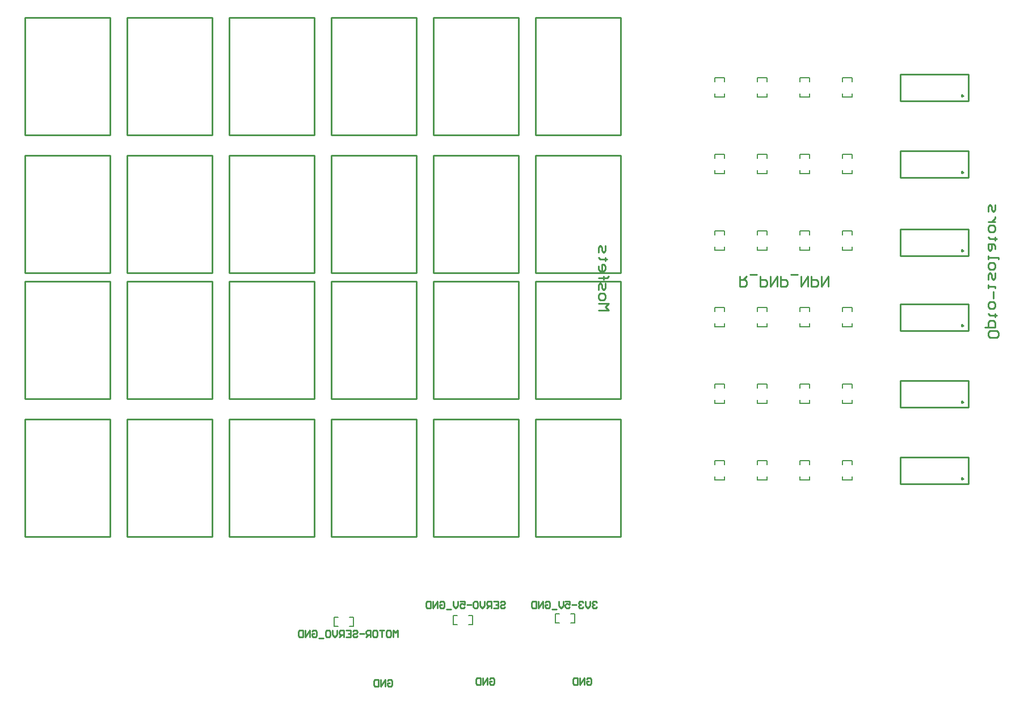
<source format=gbo>
G04 Layer_Color=32896*
%FSAX25Y25*%
%MOIN*%
G70*
G01*
G75*
%ADD27C,0.01000*%
%ADD47C,0.00500*%
D27*
X0667067Y0230122D02*
X0666317Y0230555D01*
Y0229689D01*
X0667067Y0230122D01*
Y0275122D02*
X0666317Y0275555D01*
Y0274689D01*
X0667067Y0275122D01*
Y0320122D02*
X0666317Y0320555D01*
Y0319689D01*
X0667067Y0320122D01*
Y0455122D02*
X0666317Y0455555D01*
Y0454689D01*
X0667067Y0455122D01*
Y0364122D02*
X0666317Y0364555D01*
Y0363689D01*
X0667067Y0364122D01*
Y0410122D02*
X0666317Y0410555D01*
Y0409689D01*
X0667067Y0410122D01*
X0630067Y0227122D02*
X0670067D01*
Y0242622D01*
X0630067Y0227122D02*
Y0242622D01*
X0670067D01*
X0630067Y0272122D02*
X0670067D01*
Y0287622D01*
X0630067Y0272122D02*
Y0287622D01*
X0670067D01*
X0630067Y0317122D02*
X0670067D01*
Y0332622D01*
X0630067Y0317122D02*
Y0332622D01*
X0670067D01*
X0630067Y0452122D02*
X0670067D01*
Y0467622D01*
X0630067Y0452122D02*
Y0467622D01*
X0670067D01*
X0630067Y0361122D02*
X0670067D01*
Y0376622D01*
X0630067Y0361122D02*
Y0376622D01*
X0670067D01*
X0630067Y0407122D02*
X0670067D01*
Y0422622D01*
X0630067Y0407122D02*
Y0422622D01*
X0670067D01*
X0296000Y0501000D02*
X0346000D01*
X0296000Y0432000D02*
Y0501000D01*
Y0432000D02*
X0346000D01*
Y0501000D01*
X0296000Y0346000D02*
X0346000D01*
X0296000Y0277000D02*
Y0346000D01*
Y0277000D02*
X0346000D01*
Y0346000D01*
X0236000D02*
X0286000D01*
X0236000Y0277000D02*
Y0346000D01*
Y0277000D02*
X0286000D01*
Y0346000D01*
X0116000Y0196000D02*
X0166000D01*
Y0265000D01*
X0116000D02*
X0166000D01*
X0116000Y0196000D02*
Y0265000D01*
X0416000Y0351000D02*
X0466000D01*
Y0420000D01*
X0416000D02*
X0466000D01*
X0416000Y0351000D02*
Y0420000D01*
Y0501000D02*
X0466000D01*
X0416000Y0432000D02*
Y0501000D01*
Y0432000D02*
X0466000D01*
Y0501000D01*
X0116000Y0346000D02*
X0166000D01*
X0116000Y0277000D02*
Y0346000D01*
Y0277000D02*
X0166000D01*
Y0346000D01*
X0236000Y0196000D02*
X0286000D01*
Y0265000D01*
X0236000D02*
X0286000D01*
X0236000Y0196000D02*
Y0265000D01*
X0116000Y0501000D02*
X0166000D01*
X0116000Y0432000D02*
Y0501000D01*
Y0432000D02*
X0166000D01*
Y0501000D01*
X0116000Y0351000D02*
X0166000D01*
Y0420000D01*
X0116000D02*
X0166000D01*
X0116000Y0351000D02*
Y0420000D01*
X0296000Y0196000D02*
X0346000D01*
Y0265000D01*
X0296000D02*
X0346000D01*
X0296000Y0196000D02*
Y0265000D01*
X0236000Y0351000D02*
X0286000D01*
Y0420000D01*
X0236000D02*
X0286000D01*
X0236000Y0351000D02*
Y0420000D01*
X0356000Y0196000D02*
X0406000D01*
Y0265000D01*
X0356000D02*
X0406000D01*
X0356000Y0196000D02*
Y0265000D01*
Y0351000D02*
X0406000D01*
Y0420000D01*
X0356000D02*
X0406000D01*
X0356000Y0351000D02*
Y0420000D01*
Y0501000D02*
X0406000D01*
X0356000Y0432000D02*
Y0501000D01*
Y0432000D02*
X0406000D01*
Y0501000D01*
X0356000Y0346000D02*
X0406000D01*
X0356000Y0277000D02*
Y0346000D01*
Y0277000D02*
X0406000D01*
Y0346000D01*
X0176000D02*
X0226000D01*
X0176000Y0277000D02*
Y0346000D01*
Y0277000D02*
X0226000D01*
Y0346000D01*
X0176000Y0196000D02*
X0226000D01*
Y0265000D01*
X0176000D02*
X0226000D01*
X0176000Y0196000D02*
Y0265000D01*
Y0501000D02*
X0226000D01*
X0176000Y0432000D02*
Y0501000D01*
Y0432000D02*
X0226000D01*
Y0501000D01*
X0176000Y0351000D02*
X0226000D01*
Y0420000D01*
X0176000D02*
X0226000D01*
X0176000Y0351000D02*
Y0420000D01*
X0416000Y0196000D02*
X0466000D01*
Y0265000D01*
X0416000D02*
X0466000D01*
X0416000Y0196000D02*
Y0265000D01*
X0236000Y0501000D02*
X0286000D01*
X0236000Y0432000D02*
Y0501000D01*
Y0432000D02*
X0286000D01*
Y0501000D01*
X0416000Y0346000D02*
X0466000D01*
X0416000Y0277000D02*
Y0346000D01*
Y0277000D02*
X0466000D01*
Y0346000D01*
X0296000Y0351000D02*
X0346000D01*
Y0420000D01*
X0296000D02*
X0346000D01*
X0296000Y0351000D02*
Y0420000D01*
X0536000Y0349000D02*
Y0343002D01*
X0538999D01*
X0539999Y0344002D01*
Y0346001D01*
X0538999Y0347001D01*
X0536000D01*
X0537999D02*
X0539999Y0349000D01*
X0541998Y0350000D02*
X0545997D01*
X0547996Y0349000D02*
Y0343002D01*
X0550995D01*
X0551995Y0344002D01*
Y0346001D01*
X0550995Y0347001D01*
X0547996D01*
X0553994Y0349000D02*
Y0343002D01*
X0557993Y0349000D01*
Y0343002D01*
X0559992Y0349000D02*
Y0343002D01*
X0562991D01*
X0563991Y0344002D01*
Y0346001D01*
X0562991Y0347001D01*
X0559992D01*
X0565990Y0350000D02*
X0569989D01*
X0571988Y0349000D02*
Y0343002D01*
X0575987Y0349000D01*
Y0343002D01*
X0577986Y0349000D02*
Y0343002D01*
X0580985D01*
X0581985Y0344002D01*
Y0346001D01*
X0580985Y0347001D01*
X0577986D01*
X0583985Y0349000D02*
Y0343002D01*
X0587983Y0349000D01*
Y0343002D01*
X0453000Y0329000D02*
X0458998D01*
X0456999Y0330999D01*
X0458998Y0332999D01*
X0453000D01*
Y0335998D02*
Y0337997D01*
X0454000Y0338997D01*
X0455999D01*
X0456999Y0337997D01*
Y0335998D01*
X0455999Y0334998D01*
X0454000D01*
X0453000Y0335998D01*
Y0340996D02*
Y0343995D01*
X0454000Y0344995D01*
X0454999Y0343995D01*
Y0341996D01*
X0455999Y0340996D01*
X0456999Y0341996D01*
Y0344995D01*
X0453000Y0347994D02*
X0457998D01*
X0455999D01*
Y0346994D01*
Y0348993D01*
Y0347994D01*
X0457998D01*
X0458998Y0348993D01*
X0453000Y0354992D02*
Y0352992D01*
X0454000Y0351993D01*
X0455999D01*
X0456999Y0352992D01*
Y0354992D01*
X0455999Y0355991D01*
X0454999D01*
Y0351993D01*
X0457998Y0358990D02*
X0456999D01*
Y0357991D01*
Y0359990D01*
Y0358990D01*
X0454000D01*
X0453000Y0359990D01*
Y0362989D02*
Y0365988D01*
X0454000Y0366988D01*
X0454999Y0365988D01*
Y0363989D01*
X0455999Y0362989D01*
X0456999Y0363989D01*
Y0366988D01*
X0687998Y0315999D02*
Y0314000D01*
X0686998Y0313000D01*
X0683000D01*
X0682000Y0314000D01*
Y0315999D01*
X0683000Y0316999D01*
X0686998D01*
X0687998Y0315999D01*
X0680001Y0318998D02*
X0685999D01*
Y0321997D01*
X0684999Y0322997D01*
X0683000D01*
X0682000Y0321997D01*
Y0318998D01*
X0686998Y0325996D02*
X0685999D01*
Y0324996D01*
Y0326995D01*
Y0325996D01*
X0683000D01*
X0682000Y0326995D01*
Y0330994D02*
Y0332994D01*
X0683000Y0333993D01*
X0684999D01*
X0685999Y0332994D01*
Y0330994D01*
X0684999Y0329995D01*
X0683000D01*
X0682000Y0330994D01*
X0684999Y0335993D02*
Y0339991D01*
X0682000Y0341991D02*
Y0343990D01*
Y0342990D01*
X0685999D01*
Y0341991D01*
X0682000Y0346989D02*
Y0349988D01*
X0683000Y0350988D01*
X0683999Y0349988D01*
Y0347989D01*
X0684999Y0346989D01*
X0685999Y0347989D01*
Y0350988D01*
X0682000Y0353987D02*
Y0355986D01*
X0683000Y0356986D01*
X0684999D01*
X0685999Y0355986D01*
Y0353987D01*
X0684999Y0352987D01*
X0683000D01*
X0682000Y0353987D01*
Y0358985D02*
Y0360984D01*
Y0359985D01*
X0687998D01*
Y0358985D01*
X0685999Y0364983D02*
Y0366983D01*
X0684999Y0367982D01*
X0682000D01*
Y0364983D01*
X0683000Y0363983D01*
X0683999Y0364983D01*
Y0367982D01*
X0686998Y0370981D02*
X0685999D01*
Y0369982D01*
Y0371981D01*
Y0370981D01*
X0683000D01*
X0682000Y0371981D01*
Y0375980D02*
Y0377979D01*
X0683000Y0378979D01*
X0684999D01*
X0685999Y0377979D01*
Y0375980D01*
X0684999Y0374980D01*
X0683000D01*
X0682000Y0375980D01*
X0685999Y0380978D02*
X0682000D01*
X0683999D01*
X0684999Y0381978D01*
X0685999Y0382977D01*
Y0383977D01*
X0682000Y0386976D02*
Y0389975D01*
X0683000Y0390975D01*
X0683999Y0389975D01*
Y0387976D01*
X0684999Y0386976D01*
X0685999Y0387976D01*
Y0390975D01*
X0445997Y0112332D02*
X0446664Y0112999D01*
X0447997D01*
X0448663Y0112332D01*
Y0109667D01*
X0447997Y0109000D01*
X0446664D01*
X0445997Y0109667D01*
Y0110999D01*
X0447330D01*
X0444664Y0109000D02*
Y0112999D01*
X0441999Y0109000D01*
Y0112999D01*
X0440666D02*
Y0109000D01*
X0438666D01*
X0438000Y0109667D01*
Y0112332D01*
X0438666Y0112999D01*
X0440666D01*
X0388997Y0112332D02*
X0389664Y0112999D01*
X0390997D01*
X0391663Y0112332D01*
Y0109667D01*
X0390997Y0109000D01*
X0389664D01*
X0388997Y0109667D01*
Y0110999D01*
X0390330D01*
X0387665Y0109000D02*
Y0112999D01*
X0384999Y0109000D01*
Y0112999D01*
X0383666D02*
Y0109000D01*
X0381666D01*
X0381000Y0109667D01*
Y0112332D01*
X0381666Y0112999D01*
X0383666D01*
X0328997Y0111332D02*
X0329664Y0111999D01*
X0330997D01*
X0331663Y0111332D01*
Y0108667D01*
X0330997Y0108000D01*
X0329664D01*
X0328997Y0108667D01*
Y0109999D01*
X0330330D01*
X0327664Y0108000D02*
Y0111999D01*
X0324999Y0108000D01*
Y0111999D01*
X0323666D02*
Y0108000D01*
X0321666D01*
X0321000Y0108667D01*
Y0111332D01*
X0321666Y0111999D01*
X0323666D01*
X0452000Y0157332D02*
X0451334Y0157999D01*
X0450001D01*
X0449334Y0157332D01*
Y0156666D01*
X0450001Y0155999D01*
X0450667D01*
X0450001D01*
X0449334Y0155333D01*
Y0154666D01*
X0450001Y0154000D01*
X0451334D01*
X0452000Y0154666D01*
X0448001Y0157999D02*
Y0155333D01*
X0446668Y0154000D01*
X0445335Y0155333D01*
Y0157999D01*
X0444003Y0157332D02*
X0443336Y0157999D01*
X0442003D01*
X0441337Y0157332D01*
Y0156666D01*
X0442003Y0155999D01*
X0442670D01*
X0442003D01*
X0441337Y0155333D01*
Y0154666D01*
X0442003Y0154000D01*
X0443336D01*
X0444003Y0154666D01*
X0440004Y0155999D02*
X0437338D01*
X0433339Y0157999D02*
X0436005D01*
Y0155999D01*
X0434672Y0156666D01*
X0434006D01*
X0433339Y0155999D01*
Y0154666D01*
X0434006Y0154000D01*
X0435339D01*
X0436005Y0154666D01*
X0432007Y0157999D02*
Y0155333D01*
X0430674Y0154000D01*
X0429341Y0155333D01*
Y0157999D01*
X0428008Y0153333D02*
X0425342D01*
X0421343Y0157332D02*
X0422010Y0157999D01*
X0423343D01*
X0424009Y0157332D01*
Y0154666D01*
X0423343Y0154000D01*
X0422010D01*
X0421343Y0154666D01*
Y0155999D01*
X0422676D01*
X0420010Y0154000D02*
Y0157999D01*
X0417345Y0154000D01*
Y0157999D01*
X0416012D02*
Y0154000D01*
X0414012D01*
X0413346Y0154666D01*
Y0157332D01*
X0414012Y0157999D01*
X0416012D01*
X0395334Y0157332D02*
X0396001Y0157999D01*
X0397334D01*
X0398000Y0157332D01*
Y0156666D01*
X0397334Y0155999D01*
X0396001D01*
X0395334Y0155333D01*
Y0154666D01*
X0396001Y0154000D01*
X0397334D01*
X0398000Y0154666D01*
X0391336Y0157999D02*
X0394001D01*
Y0154000D01*
X0391336D01*
X0394001Y0155999D02*
X0392668D01*
X0390003Y0154000D02*
Y0157999D01*
X0388003D01*
X0387337Y0157332D01*
Y0155999D01*
X0388003Y0155333D01*
X0390003D01*
X0388670D02*
X0387337Y0154000D01*
X0386004Y0157999D02*
Y0155333D01*
X0384671Y0154000D01*
X0383338Y0155333D01*
Y0157999D01*
X0380006D02*
X0381339D01*
X0382005Y0157332D01*
Y0154666D01*
X0381339Y0154000D01*
X0380006D01*
X0379339Y0154666D01*
Y0157332D01*
X0380006Y0157999D01*
X0378006Y0155999D02*
X0375341D01*
X0371342Y0157999D02*
X0374008D01*
Y0155999D01*
X0372675Y0156666D01*
X0372008D01*
X0371342Y0155999D01*
Y0154666D01*
X0372008Y0154000D01*
X0373341D01*
X0374008Y0154666D01*
X0370009Y0157999D02*
Y0155333D01*
X0368676Y0154000D01*
X0367343Y0155333D01*
Y0157999D01*
X0366010Y0153333D02*
X0363345D01*
X0359346Y0157332D02*
X0360012Y0157999D01*
X0361345D01*
X0362012Y0157332D01*
Y0154666D01*
X0361345Y0154000D01*
X0360012D01*
X0359346Y0154666D01*
Y0155999D01*
X0360679D01*
X0358013Y0154000D02*
Y0157999D01*
X0355347Y0154000D01*
Y0157999D01*
X0354014D02*
Y0154000D01*
X0352015D01*
X0351348Y0154666D01*
Y0157332D01*
X0352015Y0157999D01*
X0354014D01*
X0335000Y0137000D02*
Y0140999D01*
X0333667Y0139666D01*
X0332334Y0140999D01*
Y0137000D01*
X0329002Y0140999D02*
X0330335D01*
X0331001Y0140332D01*
Y0137666D01*
X0330335Y0137000D01*
X0329002D01*
X0328335Y0137666D01*
Y0140332D01*
X0329002Y0140999D01*
X0327003D02*
X0324337D01*
X0325670D01*
Y0137000D01*
X0321005Y0140999D02*
X0322337D01*
X0323004Y0140332D01*
Y0137666D01*
X0322337Y0137000D01*
X0321005D01*
X0320338Y0137666D01*
Y0140332D01*
X0321005Y0140999D01*
X0319005Y0137000D02*
Y0140999D01*
X0317006D01*
X0316339Y0140332D01*
Y0138999D01*
X0317006Y0138333D01*
X0319005D01*
X0317672D02*
X0316339Y0137000D01*
X0315006Y0138999D02*
X0312341D01*
X0308342Y0140332D02*
X0309008Y0140999D01*
X0310341D01*
X0311008Y0140332D01*
Y0139666D01*
X0310341Y0138999D01*
X0309008D01*
X0308342Y0138333D01*
Y0137666D01*
X0309008Y0137000D01*
X0310341D01*
X0311008Y0137666D01*
X0304343Y0140999D02*
X0307009D01*
Y0137000D01*
X0304343D01*
X0307009Y0138999D02*
X0305676D01*
X0303010Y0137000D02*
Y0140999D01*
X0301011D01*
X0300344Y0140332D01*
Y0138999D01*
X0301011Y0138333D01*
X0303010D01*
X0301677D02*
X0300344Y0137000D01*
X0299012Y0140999D02*
Y0138333D01*
X0297679Y0137000D01*
X0296346Y0138333D01*
Y0140999D01*
X0293014D02*
X0294346D01*
X0295013Y0140332D01*
Y0137666D01*
X0294346Y0137000D01*
X0293014D01*
X0292347Y0137666D01*
Y0140332D01*
X0293014Y0140999D01*
X0291014Y0136334D02*
X0288348D01*
X0284350Y0140332D02*
X0285016Y0140999D01*
X0286349D01*
X0287016Y0140332D01*
Y0137666D01*
X0286349Y0137000D01*
X0285016D01*
X0284350Y0137666D01*
Y0138999D01*
X0285683D01*
X0283017Y0137000D02*
Y0140999D01*
X0280351Y0137000D01*
Y0140999D01*
X0279018D02*
Y0137000D01*
X0277019D01*
X0276352Y0137666D01*
Y0140332D01*
X0277019Y0140999D01*
X0279018D01*
D47*
X0596200Y0418300D02*
Y0420500D01*
X0601800D01*
Y0418300D02*
Y0420500D01*
X0596200Y0409200D02*
Y0411400D01*
Y0409200D02*
X0601800D01*
Y0411400D01*
X0546200Y0328300D02*
Y0330500D01*
X0551800D01*
Y0328300D02*
Y0330500D01*
X0546200Y0319200D02*
Y0321400D01*
Y0319200D02*
X0551800D01*
Y0321400D01*
X0521200Y0463300D02*
Y0465500D01*
X0526800D01*
Y0463300D02*
Y0465500D01*
X0521200Y0454200D02*
Y0456400D01*
Y0454200D02*
X0526800D01*
Y0456400D01*
X0596200Y0463300D02*
Y0465500D01*
X0601800D01*
Y0463300D02*
Y0465500D01*
X0596200Y0454200D02*
Y0456400D01*
Y0454200D02*
X0601800D01*
Y0456400D01*
X0521200Y0328300D02*
Y0330500D01*
X0526800D01*
Y0328300D02*
Y0330500D01*
X0521200Y0319200D02*
Y0321400D01*
Y0319200D02*
X0526800D01*
Y0321400D01*
X0596200Y0328300D02*
Y0330500D01*
X0601800D01*
Y0328300D02*
Y0330500D01*
X0596200Y0319200D02*
Y0321400D01*
Y0319200D02*
X0601800D01*
Y0321400D01*
X0596200Y0283300D02*
Y0285500D01*
X0601800D01*
Y0283300D02*
Y0285500D01*
X0596200Y0274200D02*
Y0276400D01*
Y0274200D02*
X0601800D01*
Y0276400D01*
X0571200Y0328300D02*
Y0330500D01*
X0576800D01*
Y0328300D02*
Y0330500D01*
X0571200Y0319200D02*
Y0321400D01*
Y0319200D02*
X0576800D01*
Y0321400D01*
X0571200Y0463300D02*
Y0465500D01*
X0576800D01*
Y0463300D02*
Y0465500D01*
X0571200Y0454200D02*
Y0456400D01*
Y0454200D02*
X0576800D01*
Y0456400D01*
X0571200Y0418300D02*
Y0420500D01*
X0576800D01*
Y0418300D02*
Y0420500D01*
X0571200Y0409200D02*
Y0411400D01*
Y0409200D02*
X0576800D01*
Y0411400D01*
X0546200Y0463300D02*
Y0465500D01*
X0551800D01*
Y0463300D02*
Y0465500D01*
X0546200Y0454200D02*
Y0456400D01*
Y0454200D02*
X0551800D01*
Y0456400D01*
X0571200Y0283300D02*
Y0285500D01*
X0576800D01*
Y0283300D02*
Y0285500D01*
X0571200Y0274200D02*
Y0276400D01*
Y0274200D02*
X0576800D01*
Y0276400D01*
X0596200Y0373300D02*
Y0375500D01*
X0601800D01*
Y0373300D02*
Y0375500D01*
X0596200Y0364200D02*
Y0366400D01*
Y0364200D02*
X0601800D01*
Y0366400D01*
X0546200Y0418300D02*
Y0420500D01*
X0551800D01*
Y0418300D02*
Y0420500D01*
X0546200Y0409200D02*
Y0411400D01*
Y0409200D02*
X0551800D01*
Y0411400D01*
X0571200Y0238300D02*
Y0240500D01*
X0576800D01*
Y0238300D02*
Y0240500D01*
X0571200Y0229200D02*
Y0231400D01*
Y0229200D02*
X0576800D01*
Y0231400D01*
X0546200Y0283300D02*
Y0285500D01*
X0551800D01*
Y0283300D02*
Y0285500D01*
X0546200Y0274200D02*
Y0276400D01*
Y0274200D02*
X0551800D01*
Y0276400D01*
X0546200Y0238300D02*
Y0240500D01*
X0551800D01*
Y0238300D02*
Y0240500D01*
X0546200Y0229200D02*
Y0231400D01*
Y0229200D02*
X0551800D01*
Y0231400D01*
X0521200Y0283300D02*
Y0285500D01*
X0526800D01*
Y0283300D02*
Y0285500D01*
X0521200Y0274200D02*
Y0276400D01*
Y0274200D02*
X0526800D01*
Y0276400D01*
X0571200Y0373300D02*
Y0375500D01*
X0576800D01*
Y0373300D02*
Y0375500D01*
X0571200Y0364200D02*
Y0366400D01*
Y0364200D02*
X0576800D01*
Y0366400D01*
X0521200Y0418300D02*
Y0420500D01*
X0526800D01*
Y0418300D02*
Y0420500D01*
X0521200Y0409200D02*
Y0411400D01*
Y0409200D02*
X0526800D01*
Y0411400D01*
X0546200Y0373300D02*
Y0375500D01*
X0551800D01*
Y0373300D02*
Y0375500D01*
X0546200Y0364200D02*
Y0366400D01*
Y0364200D02*
X0551800D01*
Y0366400D01*
X0521200Y0373300D02*
Y0375500D01*
X0526800D01*
Y0373300D02*
Y0375500D01*
X0521200Y0364200D02*
Y0366400D01*
Y0364200D02*
X0526800D01*
Y0366400D01*
X0521200Y0238300D02*
Y0240500D01*
X0526800D01*
Y0238300D02*
Y0240500D01*
X0521200Y0229200D02*
Y0231400D01*
Y0229200D02*
X0526800D01*
Y0231400D01*
X0596200Y0238300D02*
Y0240500D01*
X0601800D01*
Y0238300D02*
Y0240500D01*
X0596200Y0229200D02*
Y0231400D01*
Y0229200D02*
X0601800D01*
Y0231400D01*
X0297500Y0143200D02*
X0299700D01*
X0297500D02*
Y0148800D01*
X0299700D01*
X0306600Y0143200D02*
X0308800D01*
Y0148800D01*
X0306600D02*
X0308800D01*
X0367500Y0144200D02*
X0369700D01*
X0367500D02*
Y0149800D01*
X0369700D01*
X0376600Y0144200D02*
X0378800D01*
Y0149800D01*
X0376600D02*
X0378800D01*
X0427500Y0145200D02*
X0429700D01*
X0427500D02*
Y0150800D01*
X0429700D01*
X0436600Y0145200D02*
X0438800D01*
Y0150800D01*
X0436600D02*
X0438800D01*
M02*

</source>
